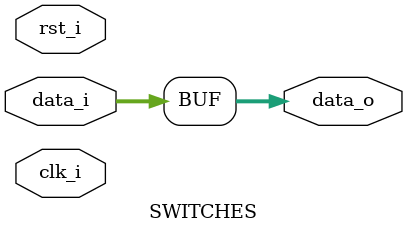
<source format=v>
`timescale 1ns / 1ps

`include "defines.vh"

module SWITCHES(
    input wire  clk_i,
    input wire  rst_i,
    input wire [31:0] data_i,
    output wire [31:0] data_o
);

assign data_o = data_i;

endmodule

</source>
